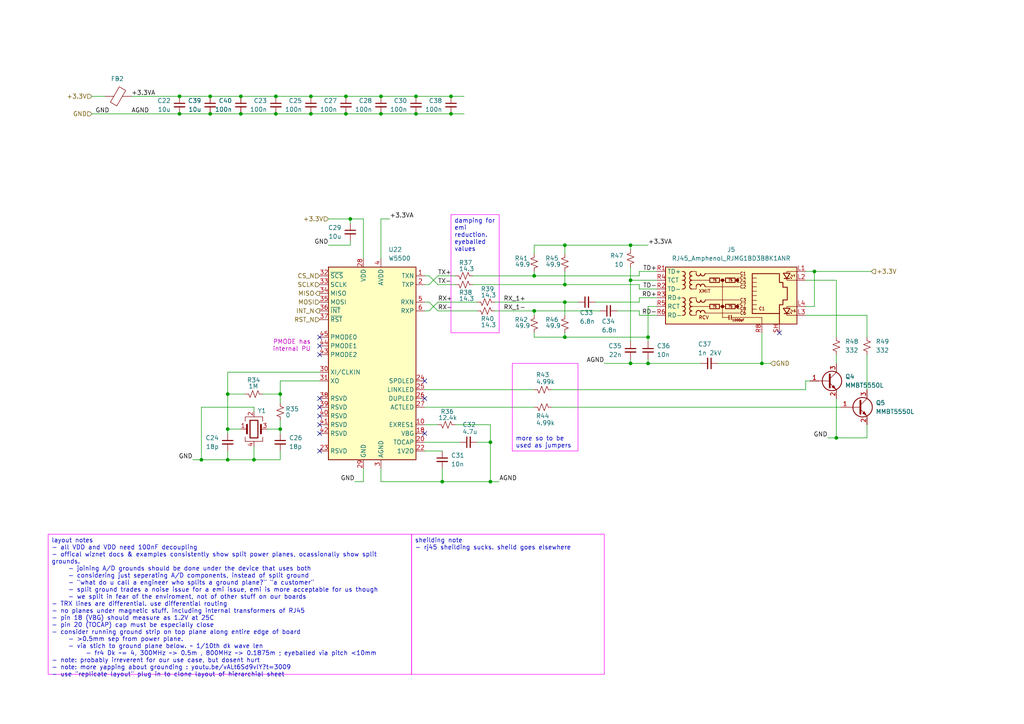
<source format=kicad_sch>
(kicad_sch (version 20250114) (generator "eeschema") (generator_version "9.0")
  (paper "A4")
  (title_block (title "spi ethernet controller") (rev "1.0") (company "BeeMS") (comment 1 "Wizchip has reference schematics & layout docs. not always in sync, use own judgement\n"))
  (lib_symbols
    (symbol "Connector:RJ45_Amphenol_RJMG1BD3B8K1ANR"
      (property "Reference" "J" (at 18.415 10.16 0))
      (property "Value" "RJ45_Amphenol_RJMG1BD3B8K1ANR" (at -19.05 10.16 0))
      (symbol "RJ45_Amphenol_RJMG1BD3B8K1ANR_0_0"
        (text "XMIT" (at -8.255 1.905 0) (effects (font (size 1.016 1.016)) (justify left)))
        (text "RCV" (at -8.255 -5.715 0) (effects (font (size 1.016 1.016)) (justify left)))
        (text "C1" (at 4.699 6.985 0) (effects (font (size 0.889 0.889))))
        (text "C4" (at 4.699 5.715 0) (effects (font (size 0.889 0.889))))
        (text "C5" (at 4.699 4.445 0) (effects (font (size 0.889 0.889))))
        (text "C2" (at 4.699 3.175 0) (effects (font (size 0.889 0.889))))
        (text "C3" (at 4.699 -0.635 0) (effects (font (size 0.889 0.889))))
        (text "C7" (at 4.699 -1.905 0) (effects (font (size 0.889 0.889))))
        (text "C8" (at 4.699 -3.175 0) (effects (font (size 0.889 0.889))))
        (text "C6" (at 4.699 -4.445 0) (effects (font (size 0.889 0.889))))
        (text "C1" (at 10.16 -3.175 0) (effects (font (size 0.889 0.889))))
      )
      (symbol "RJ45_Amphenol_RJMG1BD3B8K1ANR_1_0"
        (text "1000pF" (at 3.302 -6.477 0) (effects (font (size 0.635 0.635))))
      )
      (symbol "RJ45_Amphenol_RJMG1BD3B8K1ANR_1_1"
        (text "75" (at -3.556 5.08 0) (effects (font (size 0.635 0.635))))
        (text "75" (at -3.556 -2.54 0) (effects (font (size 0.635 0.635))))
        (text "75" (at 1.016 5.08 0) (effects (font (size 0.635 0.635))))
        (text "75" (at 1.016 -2.54 0) (effects (font (size 0.635 0.635))))
        (text "Y" (at 19.558 6.35 0) (effects (font (size 0.635 0.635))))
        (text "G" (at 19.685 -3.81 0) (effects (font (size 0.635 0.635))))
        (pin passive line (at -20.32 7.62 0) (length 2.54) (name "TD+") (number "R1"))
        (pin passive line (at -20.32 5.08 0) (length 2.54) (name "TCT") (number "R4"))
        (pin passive line (at -20.32 2.54 0) (length 2.54) (name "TD-") (number "R2"))
        (pin passive line (at -20.32 0 0) (length 2.54) (name "RD+") (number "R3"))
        (pin passive line (at -20.32 -2.54 0) (length 2.54) (name "RCT") (number "R5"))
        (pin passive line (at -20.32 -5.08 0) (length 2.54) (name "RD-") (number "R6"))
        (pin power_in line (at 10.16 -10.16 90) (length 2.54) (name "") (number "R8"))
        (pin passive line (at 15.24 -10.16 90) (length 2.54) (name "") (number "SH"))
        (pin no_connect line (at 20.32 0 0) (length 0) (hide yes) (name "NC") (number "R7"))
        (pin passive line (at 22.86 7.62 180) (length 2.54) (name "") (number "L1"))
        (pin passive line (at 22.86 5.08 180) (length 2.54) (name "") (number "L2"))
        (pin passive line (at 22.86 -2.54 180) (length 2.54) (name "") (number "L4"))
        (pin passive line (at 22.86 -5.08 180) (length 2.54) (name "") (number "L3"))
      )
    )
    (symbol "Device:C_Small" (pin_numbers (hide yes)) (pin_names (offset 0.254) (hide yes))
      (property "Reference" "C" (at 0.254 1.778 0))
      (property "Value" "C_Small" (at 0.254 -2.032 0))
      (symbol "C_Small_1_1"
        (pin passive line (at 0 2.54 270) (length 2.032) (name "~") (number "1"))
        (pin passive line (at 0 -2.54 90) (length 2.032) (name "~") (number "2"))
      )
    )
    (symbol "Device:Crystal_GND24" (pin_names (offset 1.016) (hide yes))
      (property "Reference" "Y" (at 3.175 5.08 0))
      (property "Value" "Crystal_GND24" (at 3.175 3.175 0))
      (symbol "Crystal_GND24_1_1"
        (pin passive line (at -3.81 0 0) (length 1.27) (name "1") (number "1"))
        (pin passive line (at 0 5.08 270) (length 1.27) (name "2") (number "2"))
        (pin passive line (at 0 -5.08 90) (length 1.27) (name "4") (number "4"))
        (pin passive line (at 3.81 0 180) (length 1.27) (name "3") (number "3"))
      )
    )
    (symbol "Device:FerriteBead" (pin_numbers (hide yes)) (pin_names (offset 0))
      (property "Reference" "FB" (at -3.81 0.635 90))
      (property "Value" "FerriteBead" (at 3.81 0 90))
      (symbol "FerriteBead_1_1"
        (pin passive line (at 0 3.81 270) (length 2.54) (name "~") (number "1"))
        (pin passive line (at 0 -3.81 90) (length 2.54) (name "~") (number "2"))
      )
    )
    (symbol "Device:R_Small_US" (pin_numbers (hide yes)) (pin_names (offset 0.254) (hide yes))
      (property "Reference" "R" (at 0.762 0.508 0))
      (property "Value" "R_Small_US" (at 0.762 -1.016 0))
      (symbol "R_Small_US_1_1"
        (pin passive line (at 0 2.54 270) (length 1.016) (name "~") (number "1"))
        (pin passive line (at 0 -2.54 90) (length 1.016) (name "~") (number "2"))
      )
    )
    (symbol "Interface_Ethernet:W5500"
      (property "Reference" "U" (at -11.43 29.21 0))
      (property "Value" "W5500" (at 8.89 29.21 0))
      (symbol "W5500_1_1"
        (pin input line (at -15.24 25.4 0) (length 2.54) (name "~{SCS}") (number "32"))
        (pin input line (at -15.24 22.86 0) (length 2.54) (name "SCLK") (number "33"))
        (pin output line (at -15.24 20.32 0) (length 2.54) (name "MISO") (number "34"))
        (pin input line (at -15.24 17.78 0) (length 2.54) (name "MOSI") (number "35"))
        (pin input line (at -15.24 15.24 0) (length 2.54) (name "~{INT}") (number "36"))
        (pin input line (at -15.24 12.7 0) (length 2.54) (name "~{RST}") (number "37"))
        (pin input line (at -15.24 7.62 0) (length 2.54) (name "PMODE0") (number "45"))
        (pin input line (at -15.24 5.08 0) (length 2.54) (name "PMODE1") (number "44"))
        (pin input line (at -15.24 2.54 0) (length 2.54) (name "PMODE2") (number "43"))
        (pin input line (at -15.24 -2.54 0) (length 2.54) (name "XI/CLKIN") (number "30"))
        (pin output line (at -15.24 -5.08 0) (length 2.54) (name "XO") (number "31"))
        (pin input line (at -15.24 -10.16 0) (length 2.54) (name "RSVD") (number "38"))
        (pin input line (at -15.24 -12.7 0) (length 2.54) (name "RSVD") (number "39"))
        (pin input line (at -15.24 -15.24 0) (length 2.54) (name "RSVD") (number "40"))
        (pin input line (at -15.24 -17.78 0) (length 2.54) (name "RSVD") (number "41"))
        (pin input line (at -15.24 -20.32 0) (length 2.54) (name "RSVD") (number "42"))
        (pin input line (at -15.24 -25.4 0) (length 2.54) (name "RSVD") (number "23"))
        (pin power_in line (at -2.54 30.48 270) (length 2.54) (name "VDD") (number "28"))
        (pin power_in line (at -2.54 -30.48 90) (length 2.54) (name "GND") (number "29"))
        (pin passive line (at 2.54 30.48 270) (length 2.54) (hide yes) (name "AVDD") (number "11"))
        (pin passive line (at 2.54 30.48 270) (length 2.54) (hide yes) (name "AVDD") (number "15"))
        (pin passive line (at 2.54 30.48 270) (length 2.54) (hide yes) (name "AVDD") (number "17"))
        (pin passive line (at 2.54 30.48 270) (length 2.54) (hide yes) (name "AVDD") (number "21"))
        (pin power_in line (at 2.54 30.48 270) (length 2.54) (name "AVDD") (number "4"))
        (pin passive line (at 2.54 30.48 270) (length 2.54) (hide yes) (name "AVDD") (number "8"))
        (pin passive line (at 2.54 -30.48 90) (length 2.54) (hide yes) (name "AGND") (number "14"))
        (pin passive line (at 2.54 -30.48 90) (length 2.54) (hide yes) (name "AGND") (number "16"))
        (pin passive line (at 2.54 -30.48 90) (length 2.54) (hide yes) (name "AGND") (number "19"))
        (pin power_in line (at 2.54 -30.48 90) (length 2.54) (name "AGND") (number "3"))
        (pin passive line (at 2.54 -30.48 90) (length 2.54) (hide yes) (name "AGND") (number "48"))
        (pin passive line (at 2.54 -30.48 90) (length 2.54) (hide yes) (name "AGND") (number "9"))
        (pin no_connect line (at 12.7 10.16 180) (length 2.54) (hide yes) (name "DNC") (number "7"))
        (pin no_connect line (at 12.7 7.62 180) (length 2.54) (hide yes) (name "NC") (number "12"))
        (pin no_connect line (at 12.7 5.08 180) (length 2.54) (hide yes) (name "NC") (number "13"))
        (pin no_connect line (at 12.7 2.54 180) (length 2.54) (hide yes) (name "NC") (number "46"))
        (pin no_connect line (at 12.7 0 180) (length 2.54) (hide yes) (name "NC") (number "47"))
        (pin output line (at 15.24 25.4 180) (length 2.54) (name "TXN") (number "1"))
        (pin output line (at 15.24 22.86 180) (length 2.54) (name "TXP") (number "2"))
        (pin input line (at 15.24 17.78 180) (length 2.54) (name "RXN") (number "5"))
        (pin input line (at 15.24 15.24 180) (length 2.54) (name "RXP") (number "6"))
        (pin output line (at 15.24 -5.08 180) (length 2.54) (name "SPDLED") (number "24"))
        (pin output line (at 15.24 -7.62 180) (length 2.54) (name "LINKLED") (number "25"))
        (pin output line (at 15.24 -10.16 180) (length 2.54) (name "DUPLED") (number "26"))
        (pin output line (at 15.24 -12.7 180) (length 2.54) (name "ACTLED") (number "27"))
        (pin passive line (at 15.24 -17.78 180) (length 2.54) (name "EXRES1") (number "10"))
        (pin passive line (at 15.24 -20.32 180) (length 2.54) (name "VBG") (number "18"))
        (pin passive line (at 15.24 -22.86 180) (length 2.54) (name "TOCAP") (number "20"))
        (pin output line (at 15.24 -25.4 180) (length 2.54) (name "1V2O") (number "22"))
      )
    )
    (symbol "Transistor_BJT:MMBT5550L" (pin_names (offset 0) (hide yes))
      (property "Reference" "Q" (at 5.08 1.905 0))
      (property "Value" "MMBT5550L" (at 5.08 0 0))
      (symbol "MMBT5550L_1_1"
        (pin input line (at -5.08 0 0) (length 2.54) (name "B") (number "1"))
        (pin passive line (at 2.54 5.08 270) (length 2.54) (name "C") (number "3"))
        (pin passive line (at 2.54 -5.08 90) (length 2.54) (name "E") (number "2"))
      )
    )
  )
  (text "PMODE has\ninternal PU" (at 90.17 98.552 0) (effects (font (size 1.27 1.27)) (justify right top)))
  (text_box "sheilding note\n- rj45 sheilding sucks. sheild goes elsewhere" (at 119.38 154.94 0) (size 55.88 40.64) (margins 0.9525 0.9525 0.9525 0.9525) (stroke (width 0) (color 255 0 255 1)) (effects (font (size 1.27 1.27)) (justify left top)))
  (text_box "damping for emi reduction. eyeballed values" (at 130.81 62.23 0) (size 13.97 34.29) (margins 0.9525 0.9525 0.9525 0.9525) (stroke (width 0) (color 255 0 255 1)) (effects (font (size 1.27 1.27)) (justify left top)))
  (text_box "more so to be used as jumpers" (at 148.59 105.41 0) (size 19.05 25.4) (margins 0.9525 0.9525 0.9525 0.9525) (stroke (width 0) (color 255 0 255 1)) (effects (font (size 1.27 1.27)) (justify left bottom)))
  (text_box "layout notes\n- all VDD and VDD need 100nF decoupling\n- offical wiznet docs & examples consistently show split power planes, ocassionally show split grounds.\n	- joining A/D grounds should be done under the device that uses both\n	- considering just seperating A/D components, instead of split ground\n	- \"what do u call a engineer who splits a ground plane?\" \"a customer\"\n	- split ground trades a noise issue for a emi issue, emi is more acceptable for us though\n	- we split in fear of the enviroment, not of other stuff on our boards\n- TRX lines are differential. use differential routing\n- no planes under magnetic stuff. including internal transformers of RJ45\n- pin 18 (VBG) should measure as 1.2V at 25C\n- pin 20 (TOCAP) cap must be especially close\n- consider running ground strip on top plane along entire edge of board\n	- >0.5mm sep from power plane.\n	- via stich to ground plane below. ~ 1/10th dk wave len\n		- fr4 Dk ~= 4, 300MHz ~> 0.5m , 800MHz ~> 0.1875m ; eyeballed via pitch <10mm\n- note: probably irreverent for our use case, but dosent hurt\n- note: more yapping about grounding : youtu.be/vALt6Sd9vlY?t=3009\n- use \"replicate layout\" plug in to clone layout of hierarchial sheet" (at 13.97 154.94 0) (size 105.41 40.64) (margins 0.9525 0.9525 0.9525 0.9525) (stroke (width 0) (color 255 0 255 1)) (effects (font (size 1.27 1.27)) (justify left top)))
  (junction (at 81.28 124.46))
  (junction (at 163.83 97.79))
  (junction (at 163.83 82.55))
  (junction (at 128.27 139.7))
  (junction (at 110.49 27.94))
  (junction (at 100.33 33.02))
  (junction (at 120.65 27.94))
  (junction (at 120.65 33.02))
  (junction (at 69.85 33.02))
  (junction (at 154.94 90.17))
  (junction (at 101.6 63.5))
  (junction (at 154.94 80.01))
  (junction (at 130.81 27.94))
  (junction (at 66.04 114.3))
  (junction (at 130.81 33.02))
  (junction (at 182.88 71.12))
  (junction (at 90.17 27.94))
  (junction (at 52.07 33.02))
  (junction (at 80.01 27.94))
  (junction (at 69.85 27.94))
  (junction (at 220.98 105.41))
  (junction (at 142.24 139.7))
  (junction (at 90.17 33.02))
  (junction (at 142.24 128.27))
  (junction (at 73.66 133.35))
  (junction (at 60.96 33.02))
  (junction (at 163.83 87.63))
  (junction (at 66.04 124.46))
  (junction (at 182.88 105.41))
  (junction (at 110.49 33.02))
  (junction (at 236.22 78.74))
  (junction (at 163.83 71.12))
  (junction (at 66.04 133.35))
  (junction (at 242.57 127))
  (junction (at 52.07 27.94))
  (junction (at 100.33 27.94))
  (junction (at 80.01 33.02))
  (junction (at 58.42 133.35))
  (junction (at 182.88 81.28))
  (junction (at 187.96 97.79))
  (junction (at 187.96 105.41))
  (junction (at 81.28 114.3))
  (junction (at 60.96 27.94))
  (no_connect (at 92.71 125.73))
  (no_connect (at 92.71 120.65))
  (no_connect (at 92.71 100.33))
  (no_connect (at 226.06 96.52))
  (no_connect (at 123.19 125.73))
  (no_connect (at 92.71 102.87))
  (no_connect (at 123.19 110.49))
  (no_connect (at 92.71 115.57))
  (no_connect (at 92.71 118.11))
  (no_connect (at 92.71 97.79))
  (no_connect (at 92.71 130.81))
  (no_connect (at 92.71 123.19))
  (no_connect (at 123.19 115.57))
  (wire (pts (xy 182.88 81.28) (xy 182.88 99.06)))
  (wire (pts (xy 100.33 27.94) (xy 110.49 27.94)))
  (wire (pts (xy 163.83 71.12) (xy 154.94 71.12)))
  (wire (pts (xy 234.95 110.49) (xy 233.68 110.49)))
  (wire (pts (xy 143.51 87.63) (xy 163.83 87.63)))
  (wire (pts (xy 101.6 63.5) (xy 105.41 63.5)))
  (wire (pts (xy 80.01 33.02) (xy 90.17 33.02)))
  (wire (pts (xy 251.46 97.79) (xy 251.46 91.44)))
  (wire (pts (xy 69.85 124.46) (xy 66.04 124.46)))
  (wire (pts (xy 124.46 80.01) (xy 127 82.55)))
  (wire (pts (xy 66.04 107.95) (xy 66.04 114.3)))
  (wire (pts (xy 185.42 87.63) (xy 185.42 86.36)))
  (wire (pts (xy 66.04 114.3) (xy 66.04 124.46)))
  (wire (pts (xy 55.88 133.35) (xy 58.42 133.35)))
  (wire (pts (xy 236.22 88.9) (xy 233.68 88.9)))
  (wire (pts (xy 77.47 124.46) (xy 81.28 124.46)))
  (wire (pts (xy 110.49 63.5) (xy 110.49 74.93)))
  (wire (pts (xy 124.46 82.55) (xy 127 80.01)))
  (wire (pts (xy 127 80.01) (xy 132.08 80.01)))
  (wire (pts (xy 160.02 118.11) (xy 243.84 118.11)))
  (wire (pts (xy 38.1 27.94) (xy 52.07 27.94)))
  (wire (pts (xy 242.57 115.57) (xy 242.57 127)))
  (wire (pts (xy 182.88 81.28) (xy 190.5 81.28)))
  (wire (pts (xy 110.49 139.7) (xy 128.27 139.7)))
  (wire (pts (xy 58.42 118.11) (xy 58.42 133.35)))
  (wire (pts (xy 182.88 71.12) (xy 187.96 71.12)))
  (wire (pts (xy 163.83 71.12) (xy 182.88 71.12)))
  (wire (pts (xy 137.16 82.55) (xy 163.83 82.55)))
  (wire (pts (xy 60.96 33.02) (xy 69.85 33.02)))
  (wire (pts (xy 105.41 139.7) (xy 105.41 135.89)))
  (wire (pts (xy 101.6 64.77) (xy 101.6 63.5)))
  (wire (pts (xy 123.19 128.27) (xy 133.35 128.27)))
  (wire (pts (xy 90.17 33.02) (xy 100.33 33.02)))
  (wire (pts (xy 95.25 71.12) (xy 101.6 71.12)))
  (wire (pts (xy 123.19 113.03) (xy 154.94 113.03)))
  (wire (pts (xy 182.88 105.41) (xy 187.96 105.41)))
  (wire (pts (xy 66.04 133.35) (xy 73.66 133.35)))
  (wire (pts (xy 185.42 86.36) (xy 190.5 86.36)))
  (wire (pts (xy 163.83 82.55) (xy 163.83 78.74)))
  (wire (pts (xy 138.43 128.27) (xy 142.24 128.27)))
  (wire (pts (xy 208.28 105.41) (xy 220.98 105.41)))
  (wire (pts (xy 251.46 127) (xy 251.46 123.19)))
  (wire (pts (xy 242.57 102.87) (xy 242.57 105.41)))
  (wire (pts (xy 81.28 133.35) (xy 81.28 130.81)))
  (wire (pts (xy 80.01 27.94) (xy 90.17 27.94)))
  (wire (pts (xy 154.94 80.01) (xy 154.94 78.74)))
  (wire (pts (xy 127 90.17) (xy 138.43 90.17)))
  (wire (pts (xy 69.85 33.02) (xy 80.01 33.02)))
  (wire (pts (xy 60.96 27.94) (xy 69.85 27.94)))
  (wire (pts (xy 142.24 139.7) (xy 144.78 139.7)))
  (wire (pts (xy 142.24 128.27) (xy 142.24 139.7)))
  (wire (pts (xy 123.19 130.81) (xy 128.27 130.81)))
  (wire (pts (xy 185.42 80.01) (xy 185.42 78.74)))
  (wire (pts (xy 163.83 87.63) (xy 163.83 91.44)))
  (wire (pts (xy 240.03 127) (xy 242.57 127)))
  (wire (pts (xy 236.22 78.74) (xy 236.22 88.9)))
  (wire (pts (xy 242.57 127) (xy 251.46 127)))
  (wire (pts (xy 66.04 114.3) (xy 71.12 114.3)))
  (wire (pts (xy 185.42 82.55) (xy 185.42 83.82)))
  (wire (pts (xy 81.28 110.49) (xy 92.71 110.49)))
  (wire (pts (xy 160.02 113.03) (xy 233.68 113.03)))
  (wire (pts (xy 163.83 97.79) (xy 163.83 96.52)))
  (wire (pts (xy 130.81 27.94) (xy 134.62 27.94)))
  (wire (pts (xy 163.83 71.12) (xy 163.83 73.66)))
  (wire (pts (xy 185.42 78.74) (xy 190.5 78.74)))
  (wire (pts (xy 101.6 71.12) (xy 101.6 69.85)))
  (wire (pts (xy 73.66 133.35) (xy 81.28 133.35)))
  (wire (pts (xy 66.04 107.95) (xy 92.71 107.95)))
  (wire (pts (xy 187.96 88.9) (xy 190.5 88.9)))
  (wire (pts (xy 236.22 78.74) (xy 233.68 78.74)))
  (wire (pts (xy 154.94 97.79) (xy 163.83 97.79)))
  (wire (pts (xy 128.27 139.7) (xy 142.24 139.7)))
  (wire (pts (xy 123.19 87.63) (xy 124.46 87.63)))
  (wire (pts (xy 143.51 90.17) (xy 154.94 90.17)))
  (wire (pts (xy 120.65 33.02) (xy 130.81 33.02)))
  (wire (pts (xy 52.07 33.02) (xy 60.96 33.02)))
  (wire (pts (xy 69.85 27.94) (xy 80.01 27.94)))
  (wire (pts (xy 120.65 27.94) (xy 130.81 27.94)))
  (wire (pts (xy 154.94 90.17) (xy 173.99 90.17)))
  (wire (pts (xy 163.83 97.79) (xy 187.96 97.79)))
  (wire (pts (xy 187.96 99.06) (xy 187.96 97.79)))
  (wire (pts (xy 137.16 80.01) (xy 154.94 80.01)))
  (wire (pts (xy 73.66 129.54) (xy 73.66 133.35)))
  (wire (pts (xy 81.28 114.3) (xy 81.28 116.84)))
  (wire (pts (xy 110.49 63.5) (xy 113.03 63.5)))
  (wire (pts (xy 132.08 123.19) (xy 142.24 123.19)))
  (wire (pts (xy 100.33 33.02) (xy 110.49 33.02)))
  (wire (pts (xy 251.46 113.03) (xy 251.46 102.87)))
  (wire (pts (xy 110.49 27.94) (xy 120.65 27.94)))
  (wire (pts (xy 124.46 90.17) (xy 127 87.63)))
  (wire (pts (xy 73.66 118.11) (xy 73.66 119.38)))
  (wire (pts (xy 128.27 139.7) (xy 128.27 135.89)))
  (wire (pts (xy 58.42 133.35) (xy 66.04 133.35)))
  (wire (pts (xy 187.96 97.79) (xy 187.96 88.9)))
  (wire (pts (xy 185.42 90.17) (xy 185.42 91.44)))
  (wire (pts (xy 163.83 87.63) (xy 167.64 87.63)))
  (wire (pts (xy 220.98 105.41) (xy 220.98 96.52)))
  (wire (pts (xy 185.42 83.82) (xy 190.5 83.82)))
  (wire (pts (xy 102.87 139.7) (xy 105.41 139.7)))
  (wire (pts (xy 233.68 81.28) (xy 242.57 81.28)))
  (wire (pts (xy 110.49 139.7) (xy 110.49 135.89)))
  (wire (pts (xy 175.26 105.41) (xy 182.88 105.41)))
  (wire (pts (xy 123.19 123.19) (xy 127 123.19)))
  (wire (pts (xy 163.83 82.55) (xy 185.42 82.55)))
  (wire (pts (xy 220.98 105.41) (xy 223.52 105.41)))
  (wire (pts (xy 127 87.63) (xy 138.43 87.63)))
  (wire (pts (xy 233.68 91.44) (xy 251.46 91.44)))
  (wire (pts (xy 81.28 121.92) (xy 81.28 124.46)))
  (wire (pts (xy 52.07 27.94) (xy 60.96 27.94)))
  (wire (pts (xy 123.19 118.11) (xy 154.94 118.11)))
  (wire (pts (xy 127 82.55) (xy 132.08 82.55)))
  (wire (pts (xy 154.94 73.66) (xy 154.94 71.12)))
  (wire (pts (xy 185.42 91.44) (xy 190.5 91.44)))
  (wire (pts (xy 172.72 87.63) (xy 185.42 87.63)))
  (wire (pts (xy 81.28 125.73) (xy 81.28 124.46)))
  (wire (pts (xy 66.04 130.81) (xy 66.04 133.35)))
  (wire (pts (xy 179.07 90.17) (xy 185.42 90.17)))
  (wire (pts (xy 154.94 96.52) (xy 154.94 97.79)))
  (wire (pts (xy 81.28 110.49) (xy 81.28 114.3)))
  (wire (pts (xy 90.17 27.94) (xy 100.33 27.94)))
  (wire (pts (xy 142.24 123.19) (xy 142.24 128.27)))
  (wire (pts (xy 233.68 113.03) (xy 233.68 110.49)))
  (wire (pts (xy 252.73 78.74) (xy 236.22 78.74)))
  (wire (pts (xy 66.04 124.46) (xy 66.04 125.73)))
  (wire (pts (xy 182.88 71.12) (xy 182.88 72.39)))
  (wire (pts (xy 124.46 87.63) (xy 127 90.17)))
  (wire (pts (xy 123.19 90.17) (xy 124.46 90.17)))
  (wire (pts (xy 58.42 118.11) (xy 73.66 118.11)))
  (wire (pts (xy 95.25 63.5) (xy 101.6 63.5)))
  (wire (pts (xy 187.96 105.41) (xy 187.96 104.14)))
  (wire (pts (xy 110.49 33.02) (xy 120.65 33.02)))
  (wire (pts (xy 182.88 105.41) (xy 182.88 104.14)))
  (wire (pts (xy 154.94 91.44) (xy 154.94 90.17)))
  (wire (pts (xy 26.67 33.02) (xy 52.07 33.02)))
  (wire (pts (xy 182.88 77.47) (xy 182.88 81.28)))
  (wire (pts (xy 130.81 33.02) (xy 134.62 33.02)))
  (wire (pts (xy 26.67 27.94) (xy 30.48 27.94)))
  (wire (pts (xy 105.41 63.5) (xy 105.41 74.93)))
  (wire (pts (xy 154.94 80.01) (xy 185.42 80.01)))
  (wire (pts (xy 187.96 105.41) (xy 203.2 105.41)))
  (wire (pts (xy 76.2 114.3) (xy 81.28 114.3)))
  (wire (pts (xy 123.19 80.01) (xy 124.46 80.01)))
  (wire (pts (xy 242.57 81.28) (xy 242.57 97.79)))
  (wire (pts (xy 123.19 82.55) (xy 124.46 82.55)))
  (label "TX+" (at 127 80.01 0))
  (label "AGND" (at 38.1 33.02 0))
  (label "+3.3VA" (at 38.1 27.94 0))
  (label "RX_1-" (at 146.05 90.17 0))
  (label "RX_1+" (at 146.05 87.63 0))
  (label "RD-" (at 190.5 91.44 180))
  (label "GND" (at 31.75 33.02 180))
  (label "GND" (at 95.25 71.12 180))
  (label "AGND" (at 144.78 139.7 0))
  (label "RX+" (at 127 87.63 0))
  (label "TX-" (at 127 82.55 0))
  (label "RD+" (at 190.5 86.36 180))
  (label "AGND" (at 175.26 105.41 180))
  (label "+3.3VA" (at 187.96 71.12 0))
  (label "TD+" (at 190.5 78.74 180))
  (label "GND" (at 240.03 127 180))
  (label "RX-" (at 127 90.17 0))
  (label "TD-" (at 190.5 83.82 180))
  (label "+3.3VA" (at 113.03 63.5 0))
  (label "GND" (at 55.88 133.35 180))
  (label "GND" (at 102.87 139.7 180))
  (hierarchical_label "GND" (shape input) (at 223.52 105.41 0))
  (hierarchical_label "+3.3V" (shape input) (at 95.25 63.5 180))
  (hierarchical_label "RST_N" (shape input) (at 92.71 92.71 180))
  (hierarchical_label "MISO" (shape output) (at 92.71 85.09 180))
  (hierarchical_label "+3.3V" (shape input) (at 252.73 78.74 0))
  (hierarchical_label "GND" (shape input) (at 26.67 33.02 180))
  (hierarchical_label "MOSI" (shape input) (at 92.71 87.63 180))
  (hierarchical_label "+3.3V" (shape input) (at 26.67 27.94 180))
  (hierarchical_label "SCLK" (shape input) (at 92.71 82.55 180))
  (hierarchical_label "INT_N" (shape output) (at 92.71 90.17 180))
  (hierarchical_label "CS_N" (shape input) (at 92.71 80.01 180))
  (symbol (lib_id "Device:C_Small") (at 130.81 30.48 0) (mirror y) (unit 1)
    (property "Reference" "C38" (at 128.27 29.2162 0) (effects (justify left)))
    (property "Value" "100n" (at 128.27 31.7562 0) (effects (justify left)))
    (property "Footprint" "Capacitor_SMD:C_0603_1608Metric_Pad1.08x0.95mm_HandSolder" (effects (hide yes)))
    (property "mouser" "https://www.mouser.com/ProductDetail/Wurth-Elektronik/885012206095?qs=0KOYDY2FL2%2FIErXVpcsrTQ%3D%3D" (effects (hide yes)))
    (property "specs" "100nF, 10%, 50V, X7R, -55C, +125C" (effects (hide yes)))
    (property "unit x10" "0.029" (effects (hide yes)))
    (property "unit x1" "0.10" (effects (hide yes)))
    (property "unit x50" "0.02" (effects (hide yes)))
    (property "unit x100" "0.017" (effects (hide yes)))
  )
  (symbol (lib_id "Device:R_Small_US") (at 182.88 74.93 0) (mirror y) (unit 1)
    (property "Reference" "R47" (at 180.848 74.168 0) (effects (justify left)))
    (property "Value" "10" (at 180.848 76.708 0) (effects (justify left)))
    (property "Footprint" "Resistor_SMD:R_0805_2012Metric_Pad1.20x1.40mm_HandSolder" (effects (hide yes)))
    (property "Description" "Resistor, US symbol" (effects (hide yes)))
    (property "mouser" "https://www.mouser.com/ProductDetail/KOA-Speer/RK73H2ATTD10R0F?qs=sGAEpiMZZMvdGkrng054t0qbyaLLndygtMfKrqE8ToI%3D" (effects (hide yes)))
    (property "specs" "10R, 150V, 250mW, 1%, 100ppm, -55C, +155C" (effects (hide yes)))
    (property "unit x1" "0.10" (effects (hide yes)))
    (property "unit x10" "0.02" (effects (hide yes)))
  )
  (symbol (lib_id "Device:R_Small_US") (at 134.62 82.55 90) (mirror x) (unit 1)
    (property "Reference" "R38" (at 133.096 84.836 90) (effects (justify right)))
    (property "Value" "14.3" (at 133.096 86.614 90) (effects (justify right)))
    (property "Footprint" "Resistor_SMD:R_0805_2012Metric_Pad1.20x1.40mm_HandSolder" (effects (hide yes)))
    (property "Description" "Resistor, US symbol" (effects (hide yes)))
    (property "mouser" "https://www.mouser.com/ProductDetail/KOA-Speer/RK73H2ATTD14R3F?qs=sGAEpiMZZMvdGkrng054tzl5geC4ftCS2xF%2Fs66%2F7iY%3D" (effects (hide yes)))
    (property "specs" "14.3R, 250mW, 1%, 100ppm, 150V, -55C, +155C" (effects (hide yes)))
    (property "unit x1" "0.10" (effects (hide yes)))
    (property "unit x10" "0.02" (effects (hide yes)))
  )
  (symbol (lib_id "Interface_Ethernet:W5500") (at 107.95 105.41 0) (unit 1)
    (property "Reference" "U22" (at 112.6333 72.39 0) (effects (justify left)))
    (property "Value" "W5500" (at 112.6333 74.93 0) (effects (justify left)))
    (property "Footprint" "Package_QFP:LQFP-48_7x7mm_P0.5mm" (effects (hide yes)))
    (property "Datasheet" "http://wizwiki.net/wiki/lib/exe/fetch.php/products:w5500:w5500_ds_v109e.pdf" (effects (hide yes)))
    (property "Description" "10/100Mb SPI Ethernet controller with TCP/IP stack, LQFP-48" (effects (hide yes)))
    (property "mouser" "https://www.mouser.com/ProductDetail/WIZnet/W5500?qs=2vh%252B45pPFtzthUpYPd4pqA%3D%3D&srsltid=AfmBOooS_FwSksJzNIrEWxsXr2WyGB4jGlrzDUdR5nOADXI-EfhrY8FA" (effects (hide yes)))
    (property "unit x10" "2.77" (effects (hide yes)))
    (property "unit x1" "3.67" (effects (hide yes)))
  )
  (symbol (lib_id "Device:C_Small") (at 52.07 30.48 0) (mirror y) (unit 1)
    (property "Reference" "C22" (at 49.53 29.2162 0) (effects (justify left)))
    (property "Value" "10u" (at 49.53 31.7562 0) (effects (justify left)))
    (property "Footprint" "Capacitor_SMD:C_1206_3216Metric_Pad1.33x1.80mm_HandSolder" (effects (hide yes)))
    (property "mouser" "https://www.mouser.com/ProductDetail/Samsung-Electro-Mechanics/CL31A106KBHNNNE?qs=sGAEpiMZZMsh%252B1woXyUXjxqcB7t9naYpzWmpMbMJIKQ%3D" (effects (hide yes)))
    (property "specs" "10uF, 50VDC, X5R, 10%, -55C, +85C" (effects (hide yes)))
    (property "unit x10" "0.07" (effects (hide yes)))
  )
  (symbol (lib_id "Device:R_Small_US") (at 251.46 100.33 0) (unit 1)
    (property "Reference" "R49" (at 254 99.0599 0) (effects (justify left)))
    (property "Value" "332" (at 254 101.5999 0) (effects (justify left)))
    (property "Footprint" "Resistor_SMD:R_1206_3216Metric_Pad1.30x1.75mm_HandSolder" (effects (hide yes)))
    (property "Description" "Resistor, small US symbol" (effects (hide yes)))
    (property "specs" "332 ohm, 250mW, 200V, 1%, 100ppm, -55C, +155C" (effects (hide yes)))
    (property "mouser" "https://www.mouser.com/ProductDetail/YAGEO/AC1206FR-07332RL?qs=sGAEpiMZZMvdGkrng054txZnKwhPFOhA4suuzGTX%2F2A%3D" (effects (hide yes)))
    (property "unit x10" "0.016" (effects (hide yes)))
    (property "unit x1" "0.10" (effects (hide yes)))
  )
  (symbol (lib_id "Device:FerriteBead") (at 34.29 27.94 90) (unit 1)
    (property "Reference" "FB2" (at 34.036 22.86 90))
    (property "Value" "~" (at 34.2392 22.86 90))
    (property "Footprint" "Inductor_SMD:L_0603_1608Metric_Pad1.05x0.95mm_HandSolder" (effects (hide yes)))
    (property "Description" "Ferrite bead" (effects (hide yes)))
    (property "specs" "150R@100Mhz +-25%, 0.1@DC, 2A max, -55C, +125C" (effects (hide yes)))
    (property "mouser" "https://www.mouser.com/ProductDetail/Bourns/MH1608-151Y?qs=aqFbwuCjQomGpgiGtpDD0g%3D%3D" (effects (hide yes)))
    (property "unit x1" "0.10" (effects (hide yes)))
    (property "unit x10" "0.07" (effects (hide yes)))
    (property "unit x25" "0.055" (effects (hide yes)))
  )
  (symbol (lib_id "Device:R_Small_US") (at 157.48 118.11 270) (mirror x) (unit 1)
    (property "Reference" "R44" (at 155.448 120.65 90) (effects (justify left)))
    (property "Value" "4.99k" (at 155.448 122.682 90) (effects (justify left)))
    (property "Footprint" "Resistor_SMD:R_1206_3216Metric_Pad1.30x1.75mm_HandSolder" (effects (hide yes)))
    (property "Description" "Resistor, US symbol" (effects (hide yes)))
    (property "mouser" "https://www.mouser.com/ProductDetail/SEI-Stackpole/RNCP1206FTD4K99?qs=sGAEpiMZZMvdGkrng054tyMPH50YnZ95yR%2FF2bQQIaAb5UdPiGbTtQ%3D%3D" (effects (hide yes)))
    (property "specs" "4.99kOhm, 200V, 500mW, 1%, 100PPM, -55C, +155C" (effects (hide yes)))
    (property "unit x10" "0.016" (effects (hide yes)))
    (property "unit x1" "0.1" (effects (hide yes)))
  )
  (symbol (lib_id "Device:C_Small") (at 110.49 30.48 0) (mirror y) (unit 1)
    (property "Reference" "C28" (at 107.95 29.2162 0) (effects (justify left)))
    (property "Value" "100n" (at 107.95 31.7562 0) (effects (justify left)))
    (property "Footprint" "Capacitor_SMD:C_0603_1608Metric_Pad1.08x0.95mm_HandSolder" (effects (hide yes)))
    (property "mouser" "https://www.mouser.com/ProductDetail/Wurth-Elektronik/885012206095?qs=0KOYDY2FL2%2FIErXVpcsrTQ%3D%3D" (effects (hide yes)))
    (property "specs" "100nF, 10%, 50V, X7R, -55C, +125C" (effects (hide yes)))
    (property "unit x10" "0.029" (effects (hide yes)))
    (property "unit x1" "0.10" (effects (hide yes)))
    (property "unit x50" "0.02" (effects (hide yes)))
    (property "unit x100" "0.017" (effects (hide yes)))
  )
  (symbol (lib_id "Device:C_Small") (at 182.88 101.6 0) (mirror y) (unit 1)
    (property "Reference" "C35" (at 180.34 100.3362 0) (effects (justify left)))
    (property "Value" "22n" (at 180.34 102.8762 0) (effects (justify left)))
    (property "Footprint" "Capacitor_SMD:C_0805_2012Metric_Pad1.18x1.45mm_HandSolder" (effects (hide yes)))
    (property "mouser" "https://www.mouser.com/ProductDetail/Samsung-Electro-Mechanics/CL21B223JBANNNC?qs=hqM3L16%252Bxle%2FHRWqvvaDSA%3D%3D" (effects (hide yes)))
    (property "specs" "22nF, 50Vdc, 5%, X7R, MLCC" (effects (hide yes)))
    (property "unit x10" "0.027" (effects (hide yes)))
    (property "unit x1" "0.10" (effects (hide yes)))
  )
  (symbol (lib_id "Device:R_Small_US") (at 154.94 93.98 0) (mirror x) (unit 1)
    (property "Reference" "R42" (at 153.162 92.71 0) (effects (justify right)))
    (property "Value" "49.9" (at 149.352 94.488 0) (effects (justify left)))
    (property "Footprint" "Resistor_SMD:R_0805_2012Metric_Pad1.20x1.40mm_HandSolder" (effects (hide yes)))
    (property "Description" "Resistor, US symbol" (effects (hide yes)))
    (property "mouser" "https://www.mouser.com/ProductDetail/Vishay/CRCW080549R9FKEA?qs=sGAEpiMZZMvdGkrng054txEw7b1YnvGudG63Yk9YxfA%3D" (effects (hide yes)))
    (property "specs" "49.9 ohm, 250mW, 1% , 150V, 100ppm" (effects (hide yes)))
    (property "unit x10" "0.026" (effects (hide yes)))
    (property "unit x1" "0.1" (effects (hide yes)))
  )
  (symbol (lib_id "Transistor_BJT:MMBT5550L") (at 248.92 118.11 0) (unit 1)
    (property "Reference" "Q5" (at 254 116.8399 0) (effects (justify left)))
    (property "Value" "MMBT5550L" (at 254 119.3799 0) (effects (justify left)))
    (property "Footprint" "Package_TO_SOT_SMD:SOT-23" (effects (hide yes)))
    (property "Datasheet" "www.onsemi.com/pub/Collateral/MMBT5550LT1-D.PDF" (effects (hide yes)))
    (property "Description" "0.6A Ic, 140V Vce, NPN Transistor, SOT-23" (effects (hide yes)))
    (property "mouser" "https://www.mouser.com/ProductDetail/onsemi/MMBT5550LT1G?qs=R2UZ7gjkEjKW3fmkaqXxTw%3D%3D" (effects (hide yes)))
    (property "unit x10" "0.087" (effects (hide yes)))
    (property "unit x1" "0.14" (effects (hide yes)))
  )
  (symbol (lib_id "Device:C_Small") (at 100.33 30.48 0) (mirror y) (unit 1)
    (property "Reference" "C27" (at 97.79 29.2162 0) (effects (justify left)))
    (property "Value" "100n" (at 97.79 31.7562 0) (effects (justify left)))
    (property "Footprint" "Capacitor_SMD:C_0603_1608Metric_Pad1.08x0.95mm_HandSolder" (effects (hide yes)))
    (property "mouser" "https://www.mouser.com/ProductDetail/Wurth-Elektronik/885012206095?qs=0KOYDY2FL2%2FIErXVpcsrTQ%3D%3D" (effects (hide yes)))
    (property "specs" "100nF, 10%, 50V, X7R, -55C, +125C" (effects (hide yes)))
    (property "unit x10" "0.029" (effects (hide yes)))
    (property "unit x1" "0.10" (effects (hide yes)))
    (property "unit x50" "0.02" (effects (hide yes)))
    (property "unit x100" "0.017" (effects (hide yes)))
  )
  (symbol (lib_id "Device:Crystal_GND24") (at 73.66 124.46 0) (unit 1)
    (property "Reference" "Y1" (at 75.946 119.126 0))
    (property "Value" "Crystal_GND24" (effects (hide yes)))
    (property "Footprint" "Crystal:Crystal_SMD_2016-4Pin_2.0x1.6mm" (effects (hide yes)))
    (property "Datasheet" "https://www.mouser.com/datasheet/3/294/1/ecx_1637.pdf" (effects (hide yes)))
    (property "Description" "Four pin crystal, GND on pins 2 and 4" (effects (hide yes)))
    (property "note" "i just realized mouser redirects datasheet links while digikey actually direct links to the manufacturer. its over mouser-bros, glowies quepon us" (effects (hide yes)))
    (property "mouser" "https://www.mouser.com/ProductDetail/ECS/ECS-250-10-37-JTN-TR?qs=wd5RIQLrsJj4twaawhdQqA%3D%3D&srsltid=AfmBOooSZat7ufaqYor3ubAk9rheod9cKZi13Bf2WCkAg_ansLX3aDbZ" (effects (hide yes)))
    (property "unit x1" "0.51" (effects (hide yes)))
    (property "unit x10" "0.422" (effects (hide yes)))
  )
  (symbol (lib_id "Device:C_Small") (at 69.85 30.48 0) (mirror y) (unit 1)
    (property "Reference" "C40" (at 67.31 29.2162 0) (effects (justify left)))
    (property "Value" "100n" (at 67.31 31.7562 0) (effects (justify left)))
    (property "Footprint" "Capacitor_SMD:C_0603_1608Metric_Pad1.08x0.95mm_HandSolder" (effects (hide yes)))
    (property "mouser" "https://www.mouser.com/ProductDetail/Wurth-Elektronik/885012206095?qs=0KOYDY2FL2%2FIErXVpcsrTQ%3D%3D" (effects (hide yes)))
    (property "specs" "100nF, 10%, 50V, X7R, -55C, +125C" (effects (hide yes)))
    (property "unit x10" "0.029" (effects (hide yes)))
    (property "unit x1" "0.10" (effects (hide yes)))
    (property "unit x50" "0.02" (effects (hide yes)))
    (property "unit x100" "0.017" (effects (hide yes)))
  )
  (symbol (lib_id "Device:C_Small") (at 170.18 87.63 90) (mirror x) (unit 1)
    (property "Reference" "C33" (at 168.148 90.678 90) (effects (justify right)))
    (property "Value" "6.8n" (at 168.148 93.218 90) (effects (justify right)))
    (property "Footprint" "Capacitor_SMD:C_0805_2012Metric_Pad1.18x1.45mm_HandSolder" (effects (hide yes)))
    (property "mouser" "https://www.mouser.com/ProductDetail/Murata-Electronics/GRM2195C2A682JA01D?qs=rrS6PyfT74cP1xu8goU9mQ%3D%3D" (effects (hide yes)))
    (property "specs" "6800pF, 5%, 100VDC, -55C, +125C, MLCC" (effects (hide yes)))
    (property "unit x10" "0.039" (effects (hide yes)))
    (property "unit x1" "0.10" (effects (hide yes)))
  )
  (symbol (lib_id "Device:R_Small_US") (at 129.54 123.19 90) (mirror x) (unit 1)
    (property "Reference" "R36" (at 127.762 119.38 90) (effects (justify right)))
    (property "Value" "12.4k" (at 132.588 121.158 90) (effects (justify left)))
    (property "Footprint" "Resistor_SMD:R_0805_2012Metric_Pad1.20x1.40mm_HandSolder" (effects (hide yes)))
    (property "Description" "Resistor, US symbol" (effects (hide yes)))
    (property "mouser" "https://www.mouser.com/ProductDetail/Susumu/RR1220P-1242-D-M?qs=sGAEpiMZZMvdGkrng054t0uOsFOTJMhbkKY3D7%2FGR%2FA%3D" (effects (hide yes)))
    (property "specs" "12.4k ohm, 0.5%, 100mW, 100V, 25ppm, -55C, +125C" (effects (hide yes)))
    (property "unit x10" "0.028" (effects (hide yes)))
    (property "unit x1" "0.1" (effects (hide yes)))
  )
  (symbol (lib_id "Device:R_Small_US") (at 154.94 76.2 0) (mirror x) (unit 1)
    (property "Reference" "R41" (at 153.162 74.93 0) (effects (justify right)))
    (property "Value" "49.9" (at 149.352 76.708 0) (effects (justify left)))
    (property "Footprint" "Resistor_SMD:R_0805_2012Metric_Pad1.20x1.40mm_HandSolder" (effects (hide yes)))
    (property "Description" "Resistor, US symbol" (effects (hide yes)))
    (property "mouser" "https://www.mouser.com/ProductDetail/Vishay/CRCW080549R9FKEA?qs=sGAEpiMZZMvdGkrng054txEw7b1YnvGudG63Yk9YxfA%3D" (effects (hide yes)))
    (property "specs" "49.9 ohm, 250mW, 1% , 150V, 100ppm" (effects (hide yes)))
    (property "unit x10" "0.026" (effects (hide yes)))
    (property "unit x1" "0.1" (effects (hide yes)))
  )
  (symbol (lib_id "Device:C_Small") (at 120.65 30.48 0) (mirror y) (unit 1)
    (property "Reference" "C30" (at 118.11 29.2162 0) (effects (justify left)))
    (property "Value" "100n" (at 118.11 31.7562 0) (effects (justify left)))
    (property "Footprint" "Capacitor_SMD:C_0603_1608Metric_Pad1.08x0.95mm_HandSolder" (effects (hide yes)))
    (property "mouser" "https://www.mouser.com/ProductDetail/Wurth-Elektronik/885012206095?qs=0KOYDY2FL2%2FIErXVpcsrTQ%3D%3D" (effects (hide yes)))
    (property "specs" "100nF, 10%, 50V, X7R, -55C, +125C" (effects (hide yes)))
    (property "unit x10" "0.029" (effects (hide yes)))
    (property "unit x1" "0.10" (effects (hide yes)))
    (property "unit x50" "0.02" (effects (hide yes)))
    (property "unit x100" "0.017" (effects (hide yes)))
  )
  (symbol (lib_id "Device:R_Small_US") (at 242.57 100.33 180) (unit 1)
    (property "Reference" "R48" (at 245.11 99.0599 0) (effects (justify right)))
    (property "Value" "332" (at 245.11 101.5999 0) (effects (justify right)))
    (property "Footprint" "Resistor_SMD:R_1206_3216Metric_Pad1.30x1.75mm_HandSolder" (effects (hide yes)))
    (property "Description" "Resistor, small US symbol" (effects (hide yes)))
    (property "specs" "332 ohm, 250mW, 200V, 1%, 100ppm, -55C, +155C" (effects (hide yes)))
    (property "mouser" "https://www.mouser.com/ProductDetail/YAGEO/AC1206FR-07332RL?qs=sGAEpiMZZMvdGkrng054txZnKwhPFOhA4suuzGTX%2F2A%3D" (effects (hide yes)))
    (property "unit x10" "0.016" (effects (hide yes)))
    (property "unit x1" "0.10" (effects (hide yes)))
  )
  (symbol (lib_id "Device:C_Small") (at 128.27 133.35 0) (unit 1)
    (property "Reference" "C31" (at 130.81 132.0862 0) (effects (justify left)))
    (property "Value" "10n" (at 130.81 134.6262 0) (effects (justify left)))
    (property "Footprint" "Capacitor_SMD:C_0805_2012Metric_Pad1.18x1.45mm_HandSolder" (effects (hide yes)))
    (property "mouser" "https://www.mouser.com/ProductDetail/KYOCERA-AVX/08051C103J4Z2A?qs=k4kUdCzLgS7mcJ89o4qEaA%3D%3D" (effects (hide yes)))
    (property "specs" "10nF, 5%, 100VDC, X7R, MLCC" (effects (hide yes)))
    (property "unit x10" "0.04" (effects (hide yes)))
    (property "unit x1" "0.10" (effects (hide yes)))
  )
  (symbol (lib_id "Device:R_Small_US") (at 134.62 80.01 270) (mirror x) (unit 1)
    (property "Reference" "R37" (at 133.096 76.2 90) (effects (justify left)))
    (property "Value" "14.3" (at 133.096 77.978 90) (effects (justify left)))
    (property "Footprint" "Resistor_SMD:R_0805_2012Metric_Pad1.20x1.40mm_HandSolder" (effects (hide yes)))
    (property "Description" "Resistor, US symbol" (effects (hide yes)))
    (property "mouser" "https://www.mouser.com/ProductDetail/KOA-Speer/RK73H2ATTD14R3F?qs=sGAEpiMZZMvdGkrng054tzl5geC4ftCS2xF%2Fs66%2F7iY%3D" (effects (hide yes)))
    (property "specs" "14.3R, 250mW, 1%, 100ppm, 150V, -55C, +155C" (effects (hide yes)))
    (property "unit x1" "0.10" (effects (hide yes)))
    (property "unit x10" "0.02" (effects (hide yes)))
  )
  (symbol (lib_id "Device:C_Small") (at 205.74 105.41 270) (mirror x) (unit 1)
    (property "Reference" "C37" (at 202.438 99.822 90) (effects (justify left)))
    (property "Value" "1n 2kV" (at 202.438 102.362 90) (effects (justify left)))
    (property "Footprint" "Capacitor_SMD:C_1206_3216Metric_Pad1.33x1.80mm_HandSolder" (effects (hide yes)))
    (property "mouser" "https://www.mouser.com/ProductDetail/YAGEO/CC1206JKX7RDBB102?qs=57cj7OiSijkgvK2TDpNpEA%3D%3D" (effects (hide yes)))
    (property "specs" "1n, 2kVDC, 5%, x7r, mlcc" (effects (hide yes)))
    (property "unit x10" "0.11" (effects (hide yes)))
    (property "unit x1" "0.26" (effects (hide yes)))
  )
  (symbol (lib_id "Device:R_Small_US") (at 140.97 87.63 270) (mirror x) (unit 1)
    (property "Reference" "R39" (at 139.446 83.82 90) (effects (justify left)))
    (property "Value" "14.3" (at 139.446 85.598 90) (effects (justify left)))
    (property "Footprint" "Resistor_SMD:R_0805_2012Metric_Pad1.20x1.40mm_HandSolder" (effects (hide yes)))
    (property "Description" "Resistor, US symbol" (effects (hide yes)))
    (property "mouser" "https://www.mouser.com/ProductDetail/KOA-Speer/RK73H2ATTD14R3F?qs=sGAEpiMZZMvdGkrng054tzl5geC4ftCS2xF%2Fs66%2F7iY%3D" (effects (hide yes)))
    (property "specs" "14.3R, 250mW, 1%, 100ppm, 150V, -55C, +155C" (effects (hide yes)))
    (property "unit x1" "0.10" (effects (hide yes)))
    (property "unit x10" "0.02" (effects (hide yes)))
  )
  (symbol (lib_id "Device:C_Small") (at 66.04 128.27 0) (mirror y) (unit 1)
    (property "Reference" "C24" (at 63.5 127.0062 0) (effects (justify left)))
    (property "Value" "18p" (at 63.5 129.5462 0) (effects (justify left)))
    (property "Footprint" "Capacitor_SMD:C_0805_2012Metric_Pad1.18x1.45mm_HandSolder" (effects (hide yes)))
    (property "mouser" "https://www.mouser.com/ProductDetail/Walsin/0805N180F500CT?qs=sGAEpiMZZMsh%252B1woXyUXj9Vc%2FsqQGnyVu5vt83N1H%2FU%3D" (effects (hide yes)))
    (property "specs" "18pF, 50VDC, 1%, -55C, +125C" (effects (hide yes)))
    (property "unit x10" "0.076" (effects (hide yes)))
    (property "unit x1" "0.13" (effects (hide yes)))
  )
  (symbol (lib_id "Device:R_Small_US") (at 163.83 76.2 0) (mirror x) (unit 1)
    (property "Reference" "R45" (at 162.052 74.93 0) (effects (justify right)))
    (property "Value" "49.9" (at 158.242 76.708 0) (effects (justify left)))
    (property "Footprint" "Resistor_SMD:R_0805_2012Metric_Pad1.20x1.40mm_HandSolder" (effects (hide yes)))
    (property "Description" "Resistor, US symbol" (effects (hide yes)))
    (property "mouser" "https://www.mouser.com/ProductDetail/Vishay/CRCW080549R9FKEA?qs=sGAEpiMZZMvdGkrng054txEw7b1YnvGudG63Yk9YxfA%3D" (effects (hide yes)))
    (property "specs" "49.9 ohm, 250mW, 1% , 150V, 100ppm" (effects (hide yes)))
    (property "unit x10" "0.026" (effects (hide yes)))
    (property "unit x1" "0.1" (effects (hide yes)))
  )
  (symbol (lib_id "Device:R_Small_US") (at 140.97 90.17 90) (mirror x) (unit 1)
    (property "Reference" "R40" (at 139.446 92.456 90) (effects (justify right)))
    (property "Value" "14.3" (at 139.446 94.234 90) (effects (justify right)))
    (property "Footprint" "Resistor_SMD:R_0805_2012Metric_Pad1.20x1.40mm_HandSolder" (effects (hide yes)))
    (property "Description" "Resistor, US symbol" (effects (hide yes)))
    (property "mouser" "https://www.mouser.com/ProductDetail/KOA-Speer/RK73H2ATTD14R3F?qs=sGAEpiMZZMvdGkrng054tzl5geC4ftCS2xF%2Fs66%2F7iY%3D" (effects (hide yes)))
    (property "specs" "14.3R, 250mW, 1%, 100ppm, 150V, -55C, +155C" (effects (hide yes)))
    (property "unit x1" "0.10" (effects (hide yes)))
    (property "unit x10" "0.02" (effects (hide yes)))
  )
  (symbol (lib_id "Device:C_Small") (at 60.96 30.48 0) (mirror y) (unit 1)
    (property "Reference" "C39" (at 58.42 29.2162 0) (effects (justify left)))
    (property "Value" "10u" (at 58.42 31.7562 0) (effects (justify left)))
    (property "Footprint" "Capacitor_SMD:C_1206_3216Metric_Pad1.33x1.80mm_HandSolder" (effects (hide yes)))
    (property "mouser" "https://www.mouser.com/ProductDetail/Samsung-Electro-Mechanics/CL31A106KBHNNNE?qs=sGAEpiMZZMsh%252B1woXyUXjxqcB7t9naYpzWmpMbMJIKQ%3D" (effects (hide yes)))
    (property "specs" "10uF, 50VDC, X5R, 10%, -55C, +85C" (effects (hide yes)))
    (property "unit x10" "0.07" (effects (hide yes)))
  )
  (symbol (lib_id "Device:C_Small") (at 187.96 101.6 0) (unit 1)
    (property "Reference" "C36" (at 190.5 100.3362 0) (effects (justify left)))
    (property "Value" "10n" (at 190.5 102.8762 0) (effects (justify left)))
    (property "Footprint" "Capacitor_SMD:C_0805_2012Metric_Pad1.18x1.45mm_HandSolder" (effects (hide yes)))
    (property "mouser" "https://www.mouser.com/ProductDetail/KYOCERA-AVX/08051C103J4Z2A?qs=k4kUdCzLgS7mcJ89o4qEaA%3D%3D" (effects (hide yes)))
    (property "specs" "10nF, 5%, 100VDC, X7R, MLCC" (effects (hide yes)))
    (property "unit x10" "0.04" (effects (hide yes)))
    (property "unit x1" "0.10" (effects (hide yes)))
  )
  (symbol (lib_id "Device:C_Small") (at 90.17 30.48 0) (mirror y) (unit 1)
    (property "Reference" "C25" (at 87.63 29.2162 0) (effects (justify left)))
    (property "Value" "100n" (at 87.63 31.7562 0) (effects (justify left)))
    (property "Footprint" "Capacitor_SMD:C_0603_1608Metric_Pad1.08x0.95mm_HandSolder" (effects (hide yes)))
    (property "mouser" "https://www.mouser.com/ProductDetail/Wurth-Elektronik/885012206095?qs=0KOYDY2FL2%2FIErXVpcsrTQ%3D%3D" (effects (hide yes)))
    (property "specs" "100nF, 10%, 50V, X7R, -55C, +125C" (effects (hide yes)))
    (property "unit x10" "0.029" (effects (hide yes)))
    (property "unit x1" "0.10" (effects (hide yes)))
    (property "unit x50" "0.02" (effects (hide yes)))
    (property "unit x100" "0.017" (effects (hide yes)))
  )
  (symbol (lib_id "Device:C_Small") (at 81.28 128.27 0) (unit 1)
    (property "Reference" "C26" (at 83.82 127.0062 0) (effects (justify left)))
    (property "Value" "18p" (at 83.82 129.5462 0) (effects (justify left)))
    (property "Footprint" "Capacitor_SMD:C_0805_2012Metric_Pad1.18x1.45mm_HandSolder" (effects (hide yes)))
    (property "mouser" "https://www.mouser.com/ProductDetail/Walsin/0805N180F500CT?qs=sGAEpiMZZMsh%252B1woXyUXj9Vc%2FsqQGnyVu5vt83N1H%2FU%3D" (effects (hide yes)))
    (property "specs" "18pF, 50VDC, 1%, -55C, +125C" (effects (hide yes)))
    (property "unit x10" "0.076" (effects (hide yes)))
    (property "unit x1" "0.13" (effects (hide yes)))
  )
  (symbol (lib_id "Device:C_Small") (at 176.53 90.17 90) (mirror x) (unit 1)
    (property "Reference" "C34" (at 174.498 93.218 90) (effects (justify right)))
    (property "Value" "6.8n" (at 174.498 95.758 90) (effects (justify right)))
    (property "Footprint" "Capacitor_SMD:C_0805_2012Metric_Pad1.18x1.45mm_HandSolder" (effects (hide yes)))
    (property "mouser" "https://www.mouser.com/ProductDetail/Murata-Electronics/GRM2195C2A682JA01D?qs=rrS6PyfT74cP1xu8goU9mQ%3D%3D" (effects (hide yes)))
    (property "specs" "6800pF, 5%, 100VDC, -55C, +125C, MLCC" (effects (hide yes)))
    (property "unit x10" "0.039" (effects (hide yes)))
    (property "unit x1" "0.10" (effects (hide yes)))
  )
  (symbol (lib_id "Device:R_Small_US") (at 73.66 114.3 90) (mirror x) (unit 1)
    (property "Reference" "R34" (at 71.628 110.236 90) (effects (justify right)))
    (property "Value" "1M" (at 74.93 112.014 90) (effects (justify left)))
    (property "Footprint" "Resistor_SMD:R_0603_1608Metric_Pad0.98x0.95mm_HandSolder" (effects (hide yes)))
    (property "Description" "Resistor, US symbol" (effects (hide yes)))
    (property "mouser" "https://www.mouser.com/ProductDetail/Bourns/CRT0603-DZ-1004ELF?qs=sGAEpiMZZMvdGkrng054t68dcO8cnautFc7S2YsBFXeklY3pnGqzVw%3D%3D" (effects (hide yes)))
    (property "specs" "1M, 100mW, 750V, 0.5%, 50ppm, -55C, +155C" (effects (hide yes)))
    (property "unit x10" "0.031" (effects (hide yes)))
    (property "unit x1" "0.10" (effects (hide yes)))
  )
  (symbol (lib_id "Device:R_Small_US") (at 157.48 113.03 90) (mirror x) (unit 1)
    (property "Reference" "R43" (at 155.448 108.712 90) (effects (justify right)))
    (property "Value" "4.99k" (at 155.448 110.744 90) (effects (justify right)))
    (property "Footprint" "Resistor_SMD:R_1206_3216Metric_Pad1.30x1.75mm_HandSolder" (effects (hide yes)))
    (property "Description" "Resistor, US symbol" (effects (hide yes)))
    (property "mouser" "https://www.mouser.com/ProductDetail/SEI-Stackpole/RNCP1206FTD4K99?qs=sGAEpiMZZMvdGkrng054tyMPH50YnZ95yR%2FF2bQQIaAb5UdPiGbTtQ%3D%3D" (effects (hide yes)))
    (property "specs" "4.99kOhm, 200V, 500mW, 1%, 100PPM, -55C, +155C" (effects (hide yes)))
    (property "unit x10" "0.016" (effects (hide yes)))
    (property "unit x1" "0.1" (effects (hide yes)))
  )
  (symbol (lib_id "Connector:RJ45_Amphenol_RJMG1BD3B8K1ANR") (at 210.82 86.36 0) (unit 1)
    (property "Reference" "J5" (at 212.09 72.39 0))
    (property "Value" "RJ45_Amphenol_RJMG1BD3B8K1ANR" (at 212.09 74.93 0))
    (property "Footprint" "Connector_RJ:RJ45_Amphenol_RJMG1BD3B8K1ANR" (effects (hide yes)))
    (property "Datasheet" "https://www.amphenol-cs.com/media/wysiwyg/files/drawing/rjmg1bd3b8k1anr.pdf" (effects (hide yes)))
    (property "Description" "1 Port RJ45 Magjack Connector Through Hole 10/100 Base-T, AutoMDIX" (effects (hide yes)))
    (property "mouser" "https://www.mouser.com/ProductDetail/Amphenol-Commercial-Products/RJMG1BD3B8K1ANR?qs=8nwx9VzGl4z0N6DynlxHHg%3D%3D&srsltid=AfmBOor8B3zMxYEZPHmeRSjW3wGwotI7ZmViZKigXYs-TFPa4eOgK7Td" (effects (hide yes)))
    (property "unit x1" "3.86" (effects (hide yes)))
    (property "unit x10" "3.56" (effects (hide yes)))
  )
  (symbol (lib_id "Device:R_Small_US") (at 81.28 119.38 0) (unit 1)
    (property "Reference" "R35" (at 82.804 118.618 0) (effects (justify left)))
    (property "Value" "0" (at 82.804 120.396 0) (effects (justify left)))
    (property "Footprint" "Resistor_SMD:R_0805_2012Metric_Pad1.20x1.40mm_HandSolder" (effects (hide yes)))
    (property "Description" "Resistor, US symbol" (effects (hide yes)))
    (property "specs" "usr a random resistor or something" (effects (hide yes)))
  )
  (symbol (lib_id "Device:C_Small") (at 80.01 30.48 0) (mirror y) (unit 1)
    (property "Reference" "C23" (at 77.47 29.2162 0) (effects (justify left)))
    (property "Value" "100n" (at 77.47 31.7562 0) (effects (justify left)))
    (property "Footprint" "Capacitor_SMD:C_0603_1608Metric_Pad1.08x0.95mm_HandSolder" (effects (hide yes)))
    (property "mouser" "https://www.mouser.com/ProductDetail/Wurth-Elektronik/885012206095?qs=0KOYDY2FL2%2FIErXVpcsrTQ%3D%3D" (effects (hide yes)))
    (property "specs" "100nF, 10%, 50V, X7R, -55C, +125C" (effects (hide yes)))
    (property "unit x10" "0.029" (effects (hide yes)))
    (property "unit x1" "0.10" (effects (hide yes)))
    (property "unit x50" "0.02" (effects (hide yes)))
    (property "unit x100" "0.017" (effects (hide yes)))
  )
  (symbol (lib_id "Device:C_Small") (at 135.89 128.27 90) (mirror x) (unit 1)
    (property "Reference" "C32" (at 134.112 123.19 90) (effects (justify right)))
    (property "Value" "4.7u" (at 134.112 125.222 90) (effects (justify right)))
    (property "Footprint" "Capacitor_SMD:C_0805_2012Metric_Pad1.18x1.45mm_HandSolder" (effects (hide yes)))
    (property "mouser" "https://www.mouser.com/ProductDetail/KEMET/C0805C475J4RACAUTO?qs=HXFqYaX1Q2zgZ196jUXcdQ%3D%3D" (effects (hide yes)))
    (property "specs" "4.7uF, 16V, 5%, -55C, +125C" (effects (hide yes)))
    (property "unit x10" "0.218" (effects (hide yes)))
    (property "unit x1" "0.47" (effects (hide yes)))
  )
  (symbol (lib_id "Device:R_Small_US") (at 163.83 93.98 0) (mirror x) (unit 1)
    (property "Reference" "R46" (at 162.052 92.71 0) (effects (justify right)))
    (property "Value" "49.9" (at 158.242 94.488 0) (effects (justify left)))
    (property "Footprint" "Resistor_SMD:R_0805_2012Metric_Pad1.20x1.40mm_HandSolder" (effects (hide yes)))
    (property "Description" "Resistor, US symbol" (effects (hide yes)))
    (property "mouser" "https://www.mouser.com/ProductDetail/Vishay/CRCW080549R9FKEA?qs=sGAEpiMZZMvdGkrng054txEw7b1YnvGudG63Yk9YxfA%3D" (effects (hide yes)))
    (property "specs" "49.9 ohm, 250mW, 1% , 150V, 100ppm" (effects (hide yes)))
    (property "unit x10" "0.026" (effects (hide yes)))
    (property "unit x1" "0.1" (effects (hide yes)))
  )
  (symbol (lib_id "Transistor_BJT:MMBT5550L") (at 240.03 110.49 0) (unit 1)
    (property "Reference" "Q4" (at 245.11 109.2199 0) (effects (justify left)))
    (property "Value" "MMBT5550L" (at 245.11 111.7599 0) (effects (justify left)))
    (property "Footprint" "Package_TO_SOT_SMD:SOT-23" (effects (hide yes)))
    (property "Datasheet" "www.onsemi.com/pub/Collateral/MMBT5550LT1-D.PDF" (effects (hide yes)))
    (property "Description" "0.6A Ic, 140V Vce, NPN Transistor, SOT-23" (effects (hide yes)))
    (property "mouser" "https://www.mouser.com/ProductDetail/onsemi/MMBT5550LT1G?qs=R2UZ7gjkEjKW3fmkaqXxTw%3D%3D" (effects (hide yes)))
    (property "unit x10" "0.087" (effects (hide yes)))
    (property "unit x1" "0.14" (effects (hide yes)))
  )
  (symbol (lib_id "Device:C_Small") (at 101.6 67.31 0) (mirror y) (unit 1)
    (property "Reference" "C29" (at 99.06 66.0462 0) (effects (justify left)))
    (property "Value" "10u" (at 99.06 68.5862 0) (effects (justify left)))
    (property "Footprint" "Capacitor_SMD:C_1206_3216Metric_Pad1.33x1.80mm_HandSolder" (effects (hide yes)))
    (property "mouser" "https://www.mouser.com/ProductDetail/Samsung-Electro-Mechanics/CL31A106KBHNNNE?qs=sGAEpiMZZMsh%252B1woXyUXjxqcB7t9naYpzWmpMbMJIKQ%3D" (effects (hide yes)))
    (property "specs" "10uF, 50VDC, X5R, 10%, -55C, +85C" (effects (hide yes)))
    (property "unit x10" "0.07" (effects (hide yes)))
  )
)
</source>
